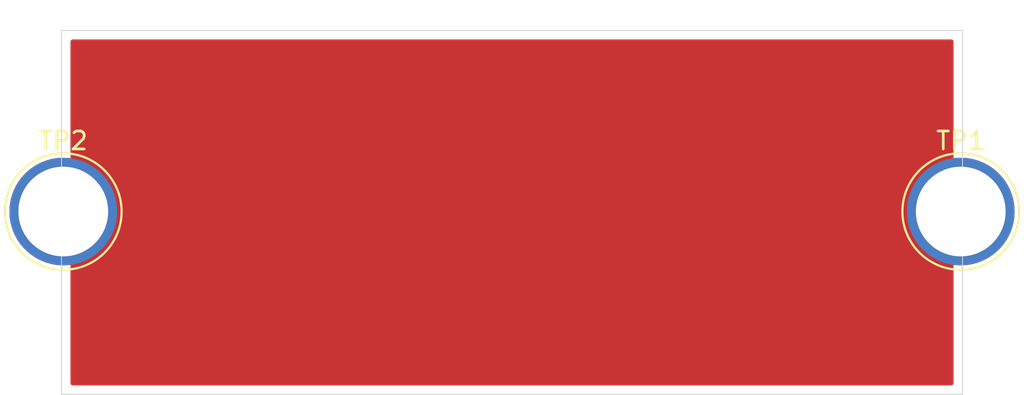
<source format=kicad_pcb>
(kicad_pcb (version 20240108) (generator "pcbnew") (generator_version "8.0")
  (layers (0 "F.Cu" signal) (31 "B.Cu" signal) (34 "B.Paste" user) (35 "F.Paste" user) (36 "B.SilkS" user "B.Silkscreen") (37 "F.SilkS" user "F.Silkscreen") (38 "B.Mask" user) (39 "F.Mask" user) (44 "Edge.Cuts" user))
  (net 0 "")
  (net 1 "Net-(TP1-Pad1)")
  (footprint "TestPoint:TestPoint_Plated_Hole_D5.0mm" (layer "F.Cu") (at 100 100)
    (property "Reference" "TP2" (at 0 -3.948 0) (layer "F.SilkS"))
    (property "Value" "+")
    (fp_circle (center 0 0) (end 0 3.25) (stroke (width 0.12)) (fill none) (layer "F.SilkS"))
    (pad "1" thru_hole circle (at 0 0) (size 6 6) (drill 5) (layers "*.Cu" "*.Mask") (net 1 "Net-(TP1-Pad1)"))
  )
  (footprint "TestPoint:TestPoint_Plated_Hole_D5.0mm" (layer "F.Cu") (at 150 100)
    (property "Reference" "TP1" (at 0 -3.948 0) (layer "F.SilkS"))
    (property "Value" "-")
    (fp_circle (center 0 0) (end 0 3.25) (stroke (width 0.12)) (fill none) (layer "F.SilkS"))
    (pad "1" thru_hole circle (at 0 0) (size 6 6) (drill 5) (layers "*.Cu" "*.Mask") (net 1 "Net-(TP1-Pad1)"))
  )
  (gr_rect (start 99.9 89.9) (end 150.1 110.2) (stroke (width 0.05)) (fill none) (layer "Edge.Cuts"))
  (zone (net 1) (net_name "Net-(TP1-Pad1)") (layer "F.Cu") (connect_pads yes (clearance 0.5)) (min_thickness 0.25) (fill yes (thermal_gap 0.5) (thermal_bridge_width 0.5))
    (polygon (pts (xy 150.1 89.9) (xy 150.1 110.2) (xy 99.3 110.2) (xy 98.8 109.7) (xy 98.8 89.4) (xy 100 88.2) (xy 148.4 88.2)))
  )
)
</source>
